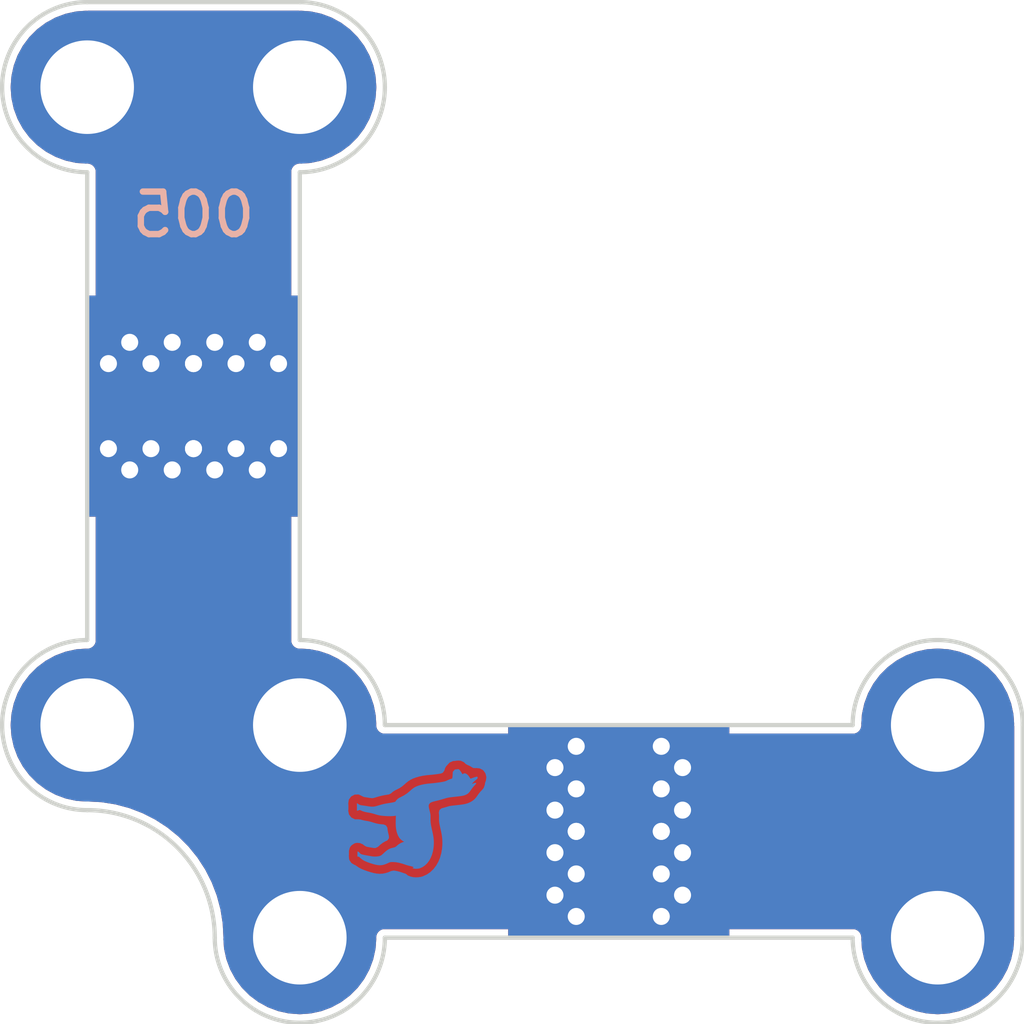
<source format=kicad_pcb>
(kicad_pcb (version 20211014) (generator pcbnew)
  (title_block (title "005 PCB Connector x2") (date "2022-01-28") (rev "1") (company "Halidelabs") (comment 1 "contact@halidelabs.eu"))
  (layers (0 "F.Cu" signal) (31 "B.Cu" signal) (36 "B.SilkS" user "B.Silkscreen") (38 "B.Mask" user) (39 "F.Mask" user) (44 "Edge.Cuts" user))
  (net 0 "")
  (net 1 "GND")
  (net 2 "Net-(J1-Pad1)")
  (net 3 "Net-(J2-Pad1)")
  (footprint "modular-rf-bench-footprints:M2-hole" (layer "F.Cu") (at 140 105)
    (fp_text reference "H2" hide)
    (fp_text value "M2" hide)
    (pad "1" thru_hole circle (at 0 0) (size 3.4 3.4) (drill 2.2) (layers *.Cu *.Mask) (net 1 "GND"))
  )
  (footprint "modular-rf-bench-footprints:M2-hole" (layer "F.Cu") (at 140 85)
    (fp_text reference "H7" hide)
    (fp_text value "M2" hide)
    (pad "1" thru_hole circle (at 0 0) (size 3.4 3.4) (drill 2.2) (layers *.Cu *.Mask) (net 1 "GND"))
  )
  (footprint "modular-rf-bench-footprints:edge-connector" (layer "F.Cu") (at 140 92.5)
    (fp_text reference "J2")
    (fp_text value "CONN" hide)
    (pad "1" smd rect (at -1.5 0) (size 3 0.8) (layers "F.Cu") (net 3 "Net-(J2-Pad1)"))
    (pad "2" thru_hole circle (at -1 1.5) (size 0.8 0.8) (drill 0.4) (layers *.Cu) (net 1 "GND"))
    (pad "2" smd rect (at -1.5 -1.6) (size 3 2) (layers "F.Cu") (net 1 "GND"))
    (pad "2" smd rect (at -1.5 1.6) (size 3 2) (layers "F.Cu") (net 1 "GND"))
    (pad "2" thru_hole circle (at -2.5 1) (size 0.8 0.8) (drill 0.4) (layers *.Cu) (net 1 "GND"))
    (pad "2" thru_hole circle (at -1.5 1) (size 0.8 0.8) (drill 0.4) (layers *.Cu) (net 1 "GND"))
    (pad "2" thru_hole circle (at -1 -1.5) (size 0.8 0.8) (drill 0.4) (layers *.Cu) (net 1 "GND"))
    (pad "2" thru_hole circle (at -1.5 -1) (size 0.8 0.8) (drill 0.4) (layers *.Cu) (net 1 "GND"))
    (pad "2" smd rect (at -1.5 0) (size 3 5.2) (layers "B.Cu") (net 1 "GND"))
    (pad "2" thru_hole circle (at -2.5 -1) (size 0.8 0.8) (drill 0.4) (layers *.Cu) (net 1 "GND"))
    (pad "2" thru_hole circle (at -2 1.5) (size 0.8 0.8) (drill 0.4) (layers *.Cu) (net 1 "GND"))
    (pad "2" thru_hole circle (at -2 -1.5) (size 0.8 0.8) (drill 0.4) (layers *.Cu) (net 1 "GND"))
    (pad "2" thru_hole circle (at -0.5 -1) (size 0.8 0.8) (drill 0.4) (layers *.Cu) (net 1 "GND"))
    (pad "2" thru_hole circle (at -0.5 1) (size 0.8 0.8) (drill 0.4) (layers *.Cu) (net 1 "GND"))
  )
  (footprint "modular-rf-bench-footprints:edge-connector" (layer "F.Cu") (at 147.5 105 -90)
    (fp_text reference "J3")
    (fp_text value "CONN" hide)
    (pad "1" smd rect (at -1.5 0 270) (size 3 0.8) (layers "F.Cu") (net 2 "Net-(J1-Pad1)"))
    (pad "2" smd rect (at -1.5 0 270) (size 3 5.2) (layers "B.Cu") (net 1 "GND"))
    (pad "2" thru_hole circle (at -2.5 1 270) (size 0.8 0.8) (drill 0.4) (layers *.Cu) (net 1 "GND"))
    (pad "2" smd rect (at -1.5 1.6 270) (size 3 2) (layers "F.Cu") (net 1 "GND"))
    (pad "2" thru_hole circle (at -1.5 1 270) (size 0.8 0.8) (drill 0.4) (layers *.Cu) (net 1 "GND"))
    (pad "2" thru_hole circle (at -1 1.5 270) (size 0.8 0.8) (drill 0.4) (layers *.Cu) (net 1 "GND"))
    (pad "2" thru_hole circle (at -2.5 -1 270) (size 0.8 0.8) (drill 0.4) (layers *.Cu) (net 1 "GND"))
    (pad "2" smd rect (at -1.5 -1.6 270) (size 3 2) (layers "F.Cu") (net 1 "GND"))
    (pad "2" thru_hole circle (at -2 1.5 270) (size 0.8 0.8) (drill 0.4) (layers *.Cu) (net 1 "GND"))
    (pad "2" thru_hole circle (at -2 -1.5 270) (size 0.8 0.8) (drill 0.4) (layers *.Cu) (net 1 "GND"))
    (pad "2" thru_hole circle (at -0.5 1 270) (size 0.8 0.8) (drill 0.4) (layers *.Cu) (net 1 "GND"))
    (pad "2" thru_hole circle (at -1.5 -1 270) (size 0.8 0.8) (drill 0.4) (layers *.Cu) (net 1 "GND"))
    (pad "2" thru_hole circle (at -0.5 -1 270) (size 0.8 0.8) (drill 0.4) (layers *.Cu) (net 1 "GND"))
    (pad "2" thru_hole circle (at -1 -1.5 270) (size 0.8 0.8) (drill 0.4) (layers *.Cu) (net 1 "GND"))
  )
  (footprint "modular-rf-bench-footprints:edge-connector" (layer "F.Cu") (at 147.5 100 90)
    (fp_text reference "J1")
    (fp_text value "CONN" hide)
    (pad "1" smd rect (at -1.5 0 90) (size 3 0.8) (layers "F.Cu") (net 2 "Net-(J1-Pad1)"))
    (pad "2" smd rect (at -1.5 0 90) (size 3 5.2) (layers "B.Cu") (net 1 "GND"))
    (pad "2" thru_hole circle (at -1.5 -1 90) (size 0.8 0.8) (drill 0.4) (layers *.Cu) (net 1 "GND"))
    (pad "2" thru_hole circle (at -0.5 -1 90) (size 0.8 0.8) (drill 0.4) (layers *.Cu) (net 1 "GND"))
    (pad "2" thru_hole circle (at -2.5 1 90) (size 0.8 0.8) (drill 0.4) (layers *.Cu) (net 1 "GND"))
    (pad "2" thru_hole circle (at -1.5 1 90) (size 0.8 0.8) (drill 0.4) (layers *.Cu) (net 1 "GND"))
    (pad "2" thru_hole circle (at -0.5 1 90) (size 0.8 0.8) (drill 0.4) (layers *.Cu) (net 1 "GND"))
    (pad "2" thru_hole circle (at -1 -1.5 90) (size 0.8 0.8) (drill 0.4) (layers *.Cu) (net 1 "GND"))
    (pad "2" smd rect (at -1.5 1.6 90) (size 3 2) (layers "F.Cu") (net 1 "GND"))
    (pad "2" thru_hole circle (at -2 -1.5 90) (size 0.8 0.8) (drill 0.4) (layers *.Cu) (net 1 "GND"))
    (pad "2" smd rect (at -1.5 -1.6 90) (size 3 2) (layers "F.Cu") (net 1 "GND"))
    (pad "2" thru_hole circle (at -2 1.5 90) (size 0.8 0.8) (drill 0.4) (layers *.Cu) (net 1 "GND"))
    (pad "2" thru_hole circle (at -2.5 -1 90) (size 0.8 0.8) (drill 0.4) (layers *.Cu) (net 1 "GND"))
    (pad "2" thru_hole circle (at -1 1.5 90) (size 0.8 0.8) (drill 0.4) (layers *.Cu) (net 1 "GND"))
  )
  (footprint "modular-rf-bench-footprints:M2-hole" (layer "F.Cu") (at 155 100)
    (fp_text reference "H1" hide)
    (fp_text value "M2" hide)
    (pad "1" thru_hole circle (at 0 0) (size 3.4 3.4) (drill 2.2) (layers *.Cu *.Mask) (net 1 "GND"))
  )
  (footprint "modular-rf-bench-footprints:edge-connector" (layer "F.Cu") (at 135 92.5 180)
    (fp_text reference "J4")
    (fp_text value "CONN" hide)
    (pad "1" smd rect (at -1.5 0 180) (size 3 0.8) (layers "F.Cu") (net 3 "Net-(J2-Pad1)"))
    (pad "2" thru_hole circle (at -1 -1.5 180) (size 0.8 0.8) (drill 0.4) (layers *.Cu) (net 1 "GND"))
    (pad "2" thru_hole circle (at -2 1.5 180) (size 0.8 0.8) (drill 0.4) (layers *.Cu) (net 1 "GND"))
    (pad "2" thru_hole circle (at -1.5 -1 180) (size 0.8 0.8) (drill 0.4) (layers *.Cu) (net 1 "GND"))
    (pad "2" smd rect (at -1.5 1.6 180) (size 3 2) (layers "F.Cu") (net 1 "GND"))
    (pad "2" thru_hole circle (at -1.5 1 180) (size 0.8 0.8) (drill 0.4) (layers *.Cu) (net 1 "GND"))
    (pad "2" thru_hole circle (at -2.5 -1 180) (size 0.8 0.8) (drill 0.4) (layers *.Cu) (net 1 "GND"))
    (pad "2" thru_hole circle (at -0.5 -1 180) (size 0.8 0.8) (drill 0.4) (layers *.Cu) (net 1 "GND"))
    (pad "2" thru_hole circle (at -0.5 1 180) (size 0.8 0.8) (drill 0.4) (layers *.Cu) (net 1 "GND"))
    (pad "2" thru_hole circle (at -2 -1.5 180) (size 0.8 0.8) (drill 0.4) (layers *.Cu) (net 1 "GND"))
    (pad "2" thru_hole circle (at -2.5 1 180) (size 0.8 0.8) (drill 0.4) (layers *.Cu) (net 1 "GND"))
    (pad "2" thru_hole circle (at -1 1.5 180) (size 0.8 0.8) (drill 0.4) (layers *.Cu) (net 1 "GND"))
    (pad "2" smd rect (at -1.5 -1.6 180) (size 3 2) (layers "F.Cu") (net 1 "GND"))
    (pad "2" smd rect (at -1.5 0 180) (size 3 5.2) (layers "B.Cu") (net 1 "GND"))
  )
  (footprint "modular-rf-bench-footprints:M2-hole" (layer "F.Cu") (at 140 100)
    (fp_text reference "H3" hide)
    (fp_text value "M2" hide)
    (pad "1" thru_hole circle (at 0 0) (size 3.4 3.4) (drill 2.2) (layers *.Cu *.Mask) (net 1 "GND"))
  )
  (footprint "modular-rf-bench-footprints:M2-hole" (layer "F.Cu") (at 135 85)
    (fp_text reference "H6" hide)
    (fp_text value "M2" hide)
    (pad "1" thru_hole circle (at 0 0) (size 3.4 3.4) (drill 2.2) (layers *.Cu *.Mask) (net 1 "GND"))
  )
  (footprint "modular-rf-bench-footprints:M2-hole" (layer "F.Cu") (at 155 105)
    (fp_text reference "H5" hide)
    (fp_text value "M2" hide)
    (pad "1" thru_hole circle (at 0 0) (size 3.4 3.4) (drill 2.2) (layers *.Cu *.Mask) (net 1 "GND"))
  )
  (footprint "modular-rf-bench-footprints:M2-hole" (layer "F.Cu") (at 135 100)
    (fp_text reference "H4" hide)
    (fp_text value "M2" hide)
    (pad "1" thru_hole circle (at 0 0) (size 3.4 3.4) (drill 2.2) (layers *.Cu *.Mask) (net 1 "GND"))
  )
  (footprint "LOGO" (layer "B.Cu") (at 142.75 102.25 90)
    (fp_text reference "G***" hide)
    (fp_text value "LOGO" hide)
    (fp_poly (pts (xy 1.024241 1.430933) (xy 1.032984 1.426298) (xy 1.036499 1.41661) (xy 1.034907 1.400263) (xy 1.028333 1.375651) (xy 1.017065 1.341646) (xy 1.007234 1.313626) (xy 0.998718 1.29012) (xy 0.992386 1.273478) (xy 0.98911 1.26605) (xy 0.989011 1.265929) (xy 0.992402 1.261591) (xy 1.004045 1.252959) (xy 1.021428 1.241896) (xy 1.021593 1.241797) (xy 1.059324 1.215589) (xy 1.088019 1.188125) (xy 1.107104 1.160456) (xy 1.116006 1.133632) (xy 1.114151 1.108706) (xy 1.104222 1.090444) (xy 1.092506 1.075975) (xy 1.126441 1.055533) (xy 1.150548 1.039896) (xy 1.175454 1.022036) (xy 1.188267 1.011968) (xy 1.203899 0.998363) (xy 1.211748 0.988353) (xy 1.213828 0.97793) (xy 1.212298 0.964047) (xy 1.209283 0.9402) (xy 1.207212 0.916024) (xy 1.207135 0.914643) (xy 1.203927 0.895837) (xy 1.195677 0.885245) (xy 1.19228 0.88327) (xy 1.178318 0.873369) (xy 1.166481 0.861378) (xy 1.160445 0.854908) (xy 1.153092 0.850447) (xy 1.141984 0.84748) (xy 1.124682 0.845492) (xy 1.098745 0.843968) (xy 1.080213 0.843154) (xy 1.044421 0.840993) (xy 1.017479 0.837965) (xy 1.000803 0.834254) (xy 0.996763 0.832205) (xy 0.989548 0.821107) (xy 0.984117 0.804087) (xy 0.98359 0.801207) (xy 0.979175 0.785558) (xy 0.970425 0.762721) (xy 0.958842 0.736445) (xy 0.951994 0.72226) (xy 0.941693 0.700954) (xy 0.933668 0.682074) (xy 0.927186 0.662958) (xy 0.921515 0.640941) (xy 0.91592 0.613359) (xy 0.909669 0.577549) (xy 0.905928 0.55487) (xy 0.899093 0.509674) (xy 0.892435 0.459727) (xy 0.88655 0.409913) (xy 0.882034 0.365114) (xy 0.880555 0.347181) (xy 0.872016 0.257469) (xy 0.860391 0.177925) (xy 0.845339 0.106624) (xy 0.826764 0.042377) (xy 0.809419 -0.004277) (xy 0.789715 -0.044964) (xy 0.76555 -0.083099) (xy 0.734819 -0.122102) (xy 0.705329 -0.154907) (xy 0.646344 -0.22515) (xy 0.596235 -0.300953) (xy 0.558773 -0.372681) (xy 0.541867 -0.406709) (xy 0.526644 -0.43219) (xy 0.510964 -0.452374) (xy 0.497049 -0.466524) (xy 0.480447 -0.481231) (xy 0.466912 -0.491787) (xy 0.459303 -0.495969) (xy 0.459199 -0.495972) (xy 0.452033 -0.49989) (xy 0.445115 -0.512218) (xy 0.438199 -0.53382) (xy 0.43104 -0.565559) (xy 0.423393 -0.608297) (xy 0.418587 -0.638791) (xy 0.409728 -0.694595) (xy 0.401188 -0.741915) (xy 0.39209 -0.78461) (xy 0.381553 -0.826535) (xy 0.3687 -0.87155) (xy 0.356459 -0.911416) (xy 0.344169 -0.953183) (xy 0.335935 -0.988995) (xy 0.331577 -1.022192) (xy 0.330916 -1.056113) (xy 0.333773 -1.094097) (xy 0.33997 -1.139482) (xy 0.343158 -1.159336) (xy 0.34909 -1.196237) (xy 0.354629 -1.232404) (xy 0.359276 -1.264446) (xy 0.362528 -1.288971) (xy 0.363307 -1.295728) (xy 0.367706 -1.322729) (xy 0.37579 -1.345027) (xy 0.389971 -1.369066) (xy 0.391722 -1.371674) (xy 0.415839 -1.407322) (xy 0.234602 -1.407322) (xy 0.238791 -1.387173) (xy 0.24398 -1.369319) (xy 0.250235 -1.355611) (xy 0.253151 -1.347485) (xy 0.251724 -1.336439) (xy 0.245252 -1.31956) (xy 0.237613 -1.303269) (xy 0.225612 -1.275858) (xy 0.215393 -1.245956) (xy 0.206295 -1.211045) (xy 0.197654 -1.168609) (xy 0.189495 -1.120476) (xy 0.183449 -1.089204) (xy 0.174528 -1.051485) (xy 0.164039 -1.012546) (xy 0.155412 -0.984083) (xy 0.143612 -0.946382) (xy 0.1345 -0.913818) (xy 0.127523 -0.883315) (xy 0.122129 -0.851795) (xy 0.117764 -0.81618) (xy 0.113877 -0.773393) (xy 0.11116 -0.737759) (xy 0.107996 -0.675871) (xy 0.107514 -0.616631) (xy 0.109659 -0.563012) (xy 0.114371 -0.517987) (xy 0.11558 -0.510487) (xy 0.118961 -0.490903) (xy 0.007836 -0.494336) (xy -0.064637 -0.495248) (xy -0.127691 -0.492994) (xy -0.183955 -0.487325) (xy -0.236062 -0.477989) (xy -0.278777 -0.467062) (xy -0.342651 -0.443745) (xy -0.396244 -0.41372) (xy -0.439819 -0.376801) (xy -0.47364 -0.3328) (xy -0.4773 -0.326608) (xy -0.494416 -0.296736) (xy -0.498776 -0.314108) (xy -0.510693 -0.348417) (xy -0.529136 -0.386271) (xy -0.551447 -0.422891) (xy -0.574965 -0.453494) (xy -0.578457 -0.457297) (xy -0.598857 -0.479512) (xy -0.612541 -0.49708) (xy -0.621638 -0.514042) (xy -0.628277 -0.534439) (xy -0.634588 -0.562311) (xy -0.635104 -0.564798) (xy -0.646596 -0.608376) (xy -0.662899 -0.648185) (xy -0.685498 -0.686779) (xy -0.715877 -0.726712) (xy -0.753202 -0.768121) (xy -0.779544 -0.796187) (xy -0.798478 -0.817773) (xy -0.811553 -0.834974) (xy -0.820319 -0.849882) (xy -0.826326 -0.864593) (xy -0.827642 -0.868695) (xy -0.835962 -0.906128) (xy -0.840837 -0.950183) (xy -0.84194 -0.99548) (xy -0.838942 -1.036641) (xy -0.838212 -1.041542) (xy -0.826824 -1.111224) (xy -0.816742 -1.169454) (xy -0.807769 -1.217088) (xy -0.799708 -1.254983) (xy -0.79236 -1.283995) (xy -0.785528 -1.304979) (xy -0.779014 -1.318793) (xy -0.772621 -1.326291) (xy -0.772415 -1.326436) (xy -0.754117 -1.341596) (xy -0.737603 -1.359376) (xy -0.726256 -1.375897) (xy -0.723607 -1.382359) (xy -0.722795 -1.388066) (xy -0.725379 -1.391719) (xy -0.73349 -1.393774) (xy -0.749257 -1.394689) (xy -0.774809 -1.394919) (xy -0.782205 -1.394923) (xy -0.844088 -1.394923) (xy -0.842662 -1.377874) (xy -0.84391 -1.366947) (xy -0.850527 -1.354503) (xy -0.864069 -1.338151) (xy -0.877979 -1.323627) (xy -0.903666 -1.294183) (xy -0.927043 -1.259656) (xy -0.948996 -1.218336) (xy -0.970411 -1.168512) (xy -0.992172 -1.108474) (xy -0.997295 -1.093113) (xy -1.018181 -1.026132) (xy -1.033347 -0.968086) (xy -1.042762 -0.916897) (xy -1.046397 -0.870482) (xy -1.044223 -0.826761) (xy -1.036208 -0.783655) (xy -1.022324 -0.739082) (xy -1.00254 -0.690961) (xy -0.991164 -0.666463) (xy -0.981974 -0.646491) (xy -0.976012 -0.630289) (xy -0.9726 -0.614151) (xy -0.971061 -0.594372) (xy -0.970717 -0.567246) (xy -0.970756 -0.554869) (xy -0.975499 -0.488191) (xy -0.989046 -0.413576) (xy -1.011256 -0.331676) (xy -1.032127 -0.269685) (xy -1.043003 -0.237176) (xy -1.053214 -0.202425) (xy -1.061168 -0.171016) (xy -1.06365 -0.159127) (xy -1.071266 -0.125011) (xy -1.079527 -0.099128) (xy -1.087894 -0.082308) (xy -1.095834 -0.07538) (xy -1.10281 -0.079173) (xy -1.107525 -0.091219) (xy -1.110388 -0.101195) (xy -1.113023 -0.102109) (xy -1.117171 -0.092932) (xy -1.120634 -0.083469) (xy -1.127172 -0.054501) (xy -1.129564 -0.018502) (xy -1.127928 0.019917) (xy -1.122379 0.056142) (xy -1.116607 0.076675) (xy -1.088252 0.138399) (xy -1.049271 0.19473) (xy -1.0004 0.245235) (xy -0.942378 0.28948) (xy -0.875942 0.327034) (xy -0.80183 0.357464) (xy -0.720777 0.380337) (xy -0.633523 0.395219) (xy -0.564169 0.400891) (xy -0.511504 0.402113) (xy -0.461063 0.400577) (xy -0.409901 0.395957) (xy -0.35507 0.387925) (xy -0.293622 0.376156) (xy -0.244953 0.365485) (xy -0.1873 0.352564) (xy -0.139441 0.342452) (xy -0.099167 0.334845) (xy -0.06427 0.32944) (xy -0.03254 0.325931) (xy -0.001771 0.324016) (xy 0.030248 0.32339) (xy 0.059172 0.323629) (xy 0.092835 0.324024) (xy 0.119398 0.323621) (xy 0.14238 0.321984) (xy 0.165303 0.318683) (xy 0.191687 0.313283) (xy 0.225054 0.305353) (xy 0.242142 0.301126) (xy 0.28535 0.290848) (xy 0.318742 0.284267) (xy 0.34434 0.281392) (xy 0.364166 0.282228) (xy 0.380242 0.286785) (xy 0.394589 0.295068) (xy 0.403067 0.30171) (xy 0.415699 0.313971) (xy 0.426405 0.328696) (xy 0.435955 0.347767) (xy 0.445119 0.373066) (xy 0.454667 0.406473) (xy 0.46537 0.449872) (xy 0.46757 0.459281) (xy 0.478104 0.502297) (xy 0.490799 0.550568) (xy 0.504142 0.598527) (xy 0.516623 0.640607) (xy 0.518029 0.645117) (xy 0.527344 0.675477) (xy 0.534738 0.701766) (xy 0.540691 0.726574) (xy 0.545684 0.752494) (xy 0.550194 0.782117) (xy 0.554702 0.818035) (xy 0.559688 0.862838) (xy 0.561555 0.880352) (xy 0.568213 0.941628) (xy 0.574136 0.992075) (xy 0.579611 1.033223) (xy 0.58492 1.066601) (xy 0.590347 1.093737) (xy 0.596176 1.11616) (xy 0.602691 1.1354) (xy 0.610177 1.152985) (xy 0.613443 1.159771) (xy 0.625885 1.183287) (xy 0.638553 1.202582) (xy 0.653589 1.219845) (xy 0.673135 1.237267) (xy 0.699335 1.257038) (xy 0.72846 1.277342) (xy 0.758266 1.298913) (xy 0.789259 1.323308) (xy 0.817087 1.347014) (xy 0.832066 1.361029) (xy 0.850896 1.378662) (xy 0.867122 1.391944) (xy 0.878413 1.399057) (xy 0.881664 1.399683) (xy 0.889806 1.390913) (xy 0.890774 1.372925) (xy 0.884578 1.346604) (xy 0.880786 1.335766) (xy 0.873898 1.316694) (xy 0.869239 1.30253) (xy 0.867952 1.297258) (xy 0.87175 1.298406) (xy 0.881918 1.306969) (xy 0.896618 1.321068) (xy 0.914013 1.338821) (xy 0.932266 1.358352) (xy 0.949538 1.377779) (xy 0.963993 1.395225) (xy 0.964968 1.396473) (xy 0.981284 1.416118) (xy 0.993695 1.427188) (xy 1.004752 1.431697) (xy 1.010147 1.432121)) (layer "B.Cu") (width 0) (fill solid))
  )
  (gr_arc (start 135 102) (mid 133 100) (end 135 98) (layer "Edge.Cuts") (width 0.1))
  (gr_line (start 142 100) (end 153 100) (layer "Edge.Cuts") (width 0.1))
  (gr_arc (start 142 105) (mid 140 107) (end 138 105) (layer "Edge.Cuts") (width 0.1))
  (gr_line (start 142 105) (end 153 105) (layer "Edge.Cuts") (width 0.1))
  (gr_arc (start 153 100) (mid 155 98) (end 157 100) (layer "Edge.Cuts") (width 0.1))
  (gr_arc (start 140 98) (mid 141.414214 98.585786) (end 142 100) (layer "Edge.Cuts") (width 0.1))
  (gr_arc (start 135 87) (mid 133 85) (end 135 83) (layer "Edge.Cuts") (width 0.1))
  (gr_line (start 157 100) (end 157 105) (layer "Edge.Cuts") (width 0.1))
  (gr_arc (start 135 102) (mid 137.12132 102.87868) (end 138 105) (layer "Edge.Cuts") (width 0.1))
  (gr_line (start 135 83) (end 140 83) (layer "Edge.Cuts") (width 0.1))
  (gr_line (start 135 87) (end 135 98) (layer "Edge.Cuts") (width 0.1))
  (gr_arc (start 157 105) (mid 155 107) (end 153 105) (layer "Edge.Cuts") (width 0.1))
  (gr_line (start 140 87) (end 140 98) (layer "Edge.Cuts") (width 0.1))
  (gr_arc (start 140 83) (mid 142 85) (end 140 87) (layer "Edge.Cuts") (width 0.1))
  (gr_text "005" (at 137.5 88) (layer "B.SilkS") (effects (font (size 1 1)) (justify mirror)))
  (zone (net 1) (net_name "GND") (layers F&B.Cu) (name "GND") (connect_pads yes (clearance 0.2)) (min_thickness 0.2) (fill yes (thermal_gap 0.2) (thermal_bridge_width 0.2))
    (polygon (pts (xy 157 107) (xy 133 107) (xy 133 83) (xy 157 83)))
  )
)
</source>
